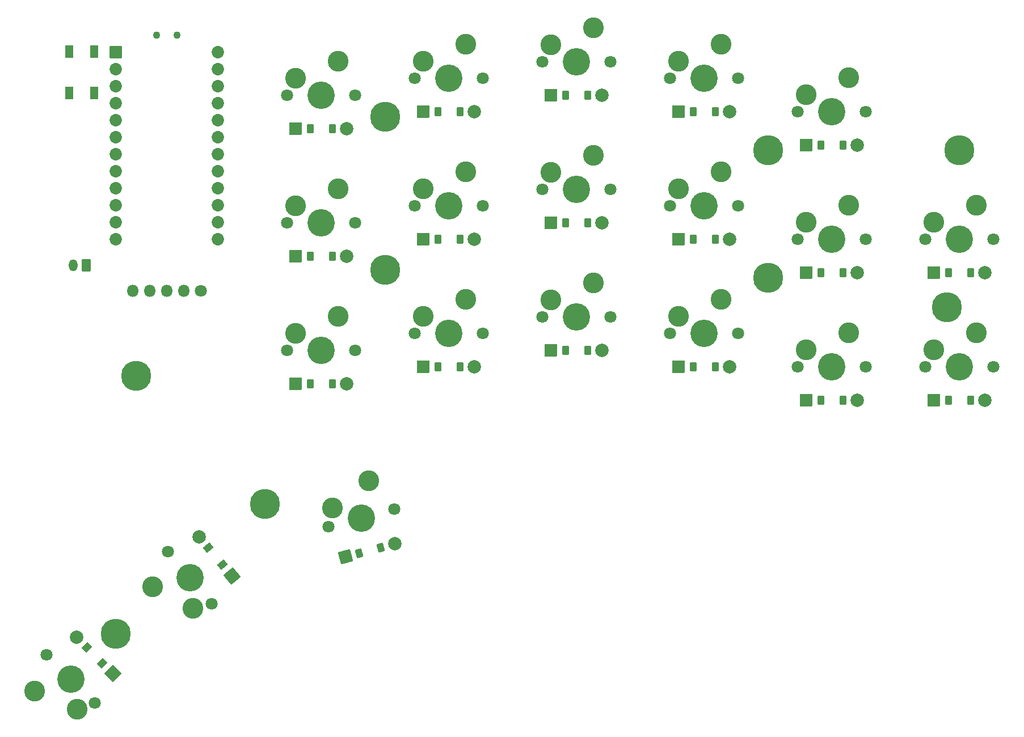
<source format=gbr>
%TF.GenerationSoftware,KiCad,Pcbnew,9.0.7*%
%TF.CreationDate,2026-02-08T22:38:48+02:00*%
%TF.ProjectId,juubo_right_unfinished,6a757562-6f5f-4726-9967-68745f756e66,v1.0.0*%
%TF.SameCoordinates,Original*%
%TF.FileFunction,Soldermask,Top*%
%TF.FilePolarity,Negative*%
%FSLAX46Y46*%
G04 Gerber Fmt 4.6, Leading zero omitted, Abs format (unit mm)*
G04 Created by KiCad (PCBNEW 9.0.7) date 2026-02-08 22:38:48*
%MOMM*%
%LPD*%
G01*
G04 APERTURE LIST*
G04 Aperture macros list*
%AMRoundRect*
0 Rectangle with rounded corners*
0 $1 Rounding radius*
0 $2 $3 $4 $5 $6 $7 $8 $9 X,Y pos of 4 corners*
0 Add a 4 corners polygon primitive as box body*
4,1,4,$2,$3,$4,$5,$6,$7,$8,$9,$2,$3,0*
0 Add four circle primitives for the rounded corners*
1,1,$1+$1,$2,$3*
1,1,$1+$1,$4,$5*
1,1,$1+$1,$6,$7*
1,1,$1+$1,$8,$9*
0 Add four rect primitives between the rounded corners*
20,1,$1+$1,$2,$3,$4,$5,0*
20,1,$1+$1,$4,$5,$6,$7,0*
20,1,$1+$1,$6,$7,$8,$9,0*
20,1,$1+$1,$8,$9,$2,$3,0*%
G04 Aperture macros list end*
%ADD10C,1.100000*%
%ADD11RoundRect,0.050000X-0.550000X0.900000X-0.550000X-0.900000X0.550000X-0.900000X0.550000X0.900000X0*%
%ADD12C,1.801800*%
%ADD13C,3.100000*%
%ADD14C,4.087800*%
%ADD15C,0.800000*%
%ADD16C,4.500000*%
%ADD17RoundRect,0.050000X-0.889000X-0.889000X0.889000X-0.889000X0.889000X0.889000X-0.889000X0.889000X0*%
%ADD18RoundRect,0.050000X-0.450000X-0.600000X0.450000X-0.600000X0.450000X0.600000X-0.450000X0.600000X0*%
%ADD19C,2.005000*%
%ADD20RoundRect,0.050000X1.252452X-0.109575X0.109575X1.252452X-1.252452X0.109575X-0.109575X-1.252452X0*%
%ADD21RoundRect,0.050000X0.748881X0.040953X0.170372X0.730393X-0.748881X-0.040953X-0.170372X-0.730393X0*%
%ADD22RoundRect,0.050000X1.257236X0.000000X0.000000X1.257236X-1.257236X0.000000X0.000000X-1.257236X0*%
%ADD23RoundRect,0.050000X0.742462X0.106066X0.106066X0.742462X-0.742462X-0.106066X-0.106066X-0.742462X0*%
%ADD24RoundRect,0.050000X0.600000X0.850000X-0.600000X0.850000X-0.600000X-0.850000X0.600000X-0.850000X0*%
%ADD25O,1.300000X1.800000*%
%ADD26O,1.800000X1.800000*%
%ADD27C,1.800000*%
%ADD28RoundRect,0.050000X-0.876300X0.876300X-0.876300X-0.876300X0.876300X-0.876300X0.876300X0.876300X0*%
%ADD29C,1.852600*%
%ADD30RoundRect,0.050000X-0.628618X-1.088798X1.088798X-0.628618X0.628618X1.088798X-1.088798X0.628618X0*%
%ADD31RoundRect,0.050000X-0.279375X-0.696024X0.589958X-0.463087X0.279375X0.696024X-0.589958X0.463087X0*%
G04 APERTURE END LIST*
D10*
%TO.C,T1*%
X145030000Y-104810500D03*
X148030000Y-104810500D03*
%TD*%
D11*
%TO.C,B1*%
X135702500Y-107310000D03*
X135702500Y-113510000D03*
X132002500Y-107310000D03*
X132002500Y-113510000D03*
%TD*%
D12*
%TO.C,S6*%
X221650000Y-149400000D03*
D13*
X222920000Y-146860000D03*
D14*
X226730000Y-149400000D03*
D13*
X229270000Y-144320000D03*
D12*
X231810000Y-149400000D03*
%TD*%
D15*
%TO.C,_9*%
X140307500Y-155710000D03*
X140790774Y-154543274D03*
X140790774Y-156876726D03*
X141957500Y-154060000D03*
D16*
X141957500Y-155710000D03*
D15*
X141957500Y-157360000D03*
X143124226Y-154543274D03*
X143124226Y-156876726D03*
X143607500Y-155710000D03*
%TD*%
D12*
%TO.C,S13*%
X183550000Y-130350000D03*
D13*
X184820000Y-127810000D03*
D14*
X188630000Y-130350000D03*
D13*
X191170000Y-125270000D03*
D12*
X193710000Y-130350000D03*
%TD*%
D17*
%TO.C,D9*%
X203870000Y-151900000D03*
D18*
X206030000Y-151900000D03*
X209330000Y-151900000D03*
D19*
X211490000Y-151900000D03*
%TD*%
D12*
%TO.C,S11*%
X202600000Y-108800000D03*
D13*
X203870000Y-106260000D03*
D14*
X207680000Y-108800000D03*
D13*
X210220000Y-103720000D03*
D12*
X212760000Y-108800000D03*
%TD*%
D17*
%TO.C,D6*%
X222920000Y-154400000D03*
D18*
X225080000Y-154400000D03*
X228380000Y-154400000D03*
D19*
X230540000Y-154400000D03*
%TD*%
D12*
%TO.C,S5*%
X240700000Y-116300000D03*
D13*
X241970000Y-113760000D03*
D14*
X245780000Y-116300000D03*
D13*
X248320000Y-111220000D03*
D12*
X250860000Y-116300000D03*
%TD*%
D17*
%TO.C,D4*%
X241970000Y-140350000D03*
D18*
X244130000Y-140350000D03*
X247430000Y-140350000D03*
D19*
X249590000Y-140350000D03*
%TD*%
D17*
%TO.C,D16*%
X165770000Y-137850000D03*
D18*
X167930000Y-137850000D03*
X171230000Y-137850000D03*
D19*
X173390000Y-137850000D03*
%TD*%
D12*
%TO.C,S7*%
X221650000Y-130350000D03*
D13*
X222920000Y-127810000D03*
D14*
X226730000Y-130350000D03*
D13*
X229270000Y-125270000D03*
D12*
X231810000Y-130350000D03*
%TD*%
D17*
%TO.C,D15*%
X165770000Y-156900000D03*
D18*
X167930000Y-156900000D03*
X171230000Y-156900000D03*
D19*
X173390000Y-156900000D03*
%TD*%
D12*
%TO.C,S15*%
X164500000Y-151900000D03*
D13*
X165770000Y-149360000D03*
D14*
X169580000Y-151900000D03*
D13*
X172120000Y-146820000D03*
D12*
X174660000Y-151900000D03*
%TD*%
D17*
%TO.C,D13*%
X184820000Y-135350000D03*
D18*
X186980000Y-135350000D03*
X190280000Y-135350000D03*
D19*
X192440000Y-135350000D03*
%TD*%
D17*
%TO.C,D2*%
X261020000Y-140350000D03*
D18*
X263180000Y-140350000D03*
X266480000Y-140350000D03*
D19*
X268640000Y-140350000D03*
%TD*%
D12*
%TO.C,S20*%
X135816898Y-204582408D03*
D13*
X133122822Y-205480434D03*
D14*
X132224796Y-200990306D03*
D13*
X126836642Y-202786357D03*
D12*
X128632694Y-197398204D03*
%TD*%
D17*
%TO.C,D7*%
X222920000Y-135350000D03*
D18*
X225080000Y-135350000D03*
X228380000Y-135350000D03*
D19*
X230540000Y-135350000D03*
%TD*%
D12*
%TO.C,S1*%
X259750000Y-154400000D03*
D13*
X261020000Y-151860000D03*
D14*
X264830000Y-154400000D03*
D13*
X267370000Y-149320000D03*
D12*
X269910000Y-154400000D03*
%TD*%
D17*
%TO.C,D10*%
X203870000Y-132850000D03*
D18*
X206030000Y-132850000D03*
X209330000Y-132850000D03*
D19*
X211490000Y-132850000D03*
%TD*%
D12*
%TO.C,S2*%
X259750000Y-135350000D03*
D13*
X261020000Y-132810000D03*
D14*
X264830000Y-135350000D03*
D13*
X267370000Y-130270000D03*
D12*
X269910000Y-135350000D03*
%TD*%
D17*
%TO.C,D3*%
X241970000Y-159400000D03*
D18*
X244130000Y-159400000D03*
X247430000Y-159400000D03*
D19*
X249590000Y-159400000D03*
%TD*%
D17*
%TO.C,D8*%
X222920000Y-116300000D03*
D18*
X225080000Y-116300000D03*
X228380000Y-116300000D03*
D19*
X230540000Y-116300000D03*
%TD*%
D15*
%TO.C,_4*%
X177455000Y-117015000D03*
X177938274Y-115848274D03*
X177938274Y-118181726D03*
X179105000Y-115365000D03*
D16*
X179105000Y-117015000D03*
D15*
X179105000Y-118665000D03*
X180271726Y-115848274D03*
X180271726Y-118181726D03*
X180755000Y-117015000D03*
%TD*%
D20*
%TO.C,D19*%
X156248588Y-185587598D03*
D21*
X154860167Y-183932942D03*
X152738967Y-181404996D03*
D19*
X151350546Y-179750340D03*
%TD*%
D12*
%TO.C,S8*%
X221650000Y-111300000D03*
D13*
X222920000Y-108760000D03*
D14*
X226730000Y-111300000D03*
D13*
X229270000Y-106220000D03*
D12*
X231810000Y-111300000D03*
%TD*%
D15*
%TO.C,_2*%
X263180000Y-122015000D03*
X263663274Y-120848274D03*
X263663274Y-123181726D03*
X264830000Y-120365000D03*
D16*
X264830000Y-122015000D03*
D15*
X264830000Y-123665000D03*
X265996726Y-120848274D03*
X265996726Y-123181726D03*
X266480000Y-122015000D03*
%TD*%
D17*
%TO.C,D1*%
X261020000Y-159400000D03*
D18*
X263180000Y-159400000D03*
X266480000Y-159400000D03*
D19*
X268640000Y-159400000D03*
%TD*%
D15*
%TO.C,_3*%
X234605000Y-122015000D03*
X235088274Y-120848274D03*
X235088274Y-123181726D03*
X236255000Y-120365000D03*
D16*
X236255000Y-122015000D03*
D15*
X236255000Y-123665000D03*
X237421726Y-120848274D03*
X237421726Y-123181726D03*
X237905000Y-122015000D03*
%TD*%
D12*
%TO.C,S19*%
X153234706Y-189774413D03*
D13*
X150472613Y-190434217D03*
D14*
X149969345Y-185882907D03*
D13*
X144445159Y-187202515D03*
D12*
X146703984Y-181991401D03*
%TD*%
D15*
%TO.C,_7*%
X140126714Y-195421840D03*
X138959988Y-195905114D03*
X140609988Y-194255114D03*
X137793262Y-195421840D03*
D16*
X138959988Y-194255114D03*
D15*
X140126714Y-193088388D03*
X137309988Y-194255114D03*
X138959988Y-192605114D03*
X137793262Y-193088388D03*
%TD*%
D17*
%TO.C,D17*%
X165770000Y-118800000D03*
D18*
X167930000Y-118800000D03*
X171230000Y-118800000D03*
D19*
X173390000Y-118800000D03*
%TD*%
D17*
%TO.C,D12*%
X184820000Y-154400000D03*
D18*
X186980000Y-154400000D03*
X190280000Y-154400000D03*
D19*
X192440000Y-154400000D03*
%TD*%
D12*
%TO.C,S18*%
X170673097Y-178264801D03*
D13*
X171242422Y-175482649D03*
D14*
X175580000Y-176950000D03*
D13*
X176718651Y-171385696D03*
D12*
X180486903Y-175635199D03*
%TD*%
%TO.C,S14*%
X183550000Y-111300000D03*
D13*
X184820000Y-108760000D03*
D14*
X188630000Y-111300000D03*
D13*
X191170000Y-106220000D03*
D12*
X193710000Y-111300000D03*
%TD*%
%TO.C,S3*%
X240700000Y-154400000D03*
D13*
X241970000Y-151860000D03*
D14*
X245780000Y-154400000D03*
D13*
X248320000Y-149320000D03*
D12*
X250860000Y-154400000D03*
%TD*%
D15*
%TO.C,_5*%
X234605000Y-141065000D03*
X235088274Y-139898274D03*
X235088274Y-142231726D03*
X236255000Y-139415000D03*
D16*
X236255000Y-141065000D03*
D15*
X236255000Y-142715000D03*
X237421726Y-139898274D03*
X237421726Y-142231726D03*
X237905000Y-141065000D03*
%TD*%
%TO.C,_1*%
X261275000Y-145446500D03*
X261758274Y-144279774D03*
X261758274Y-146613226D03*
X262925000Y-143796500D03*
D16*
X262925000Y-145446500D03*
D15*
X262925000Y-147096500D03*
X264091726Y-144279774D03*
X264091726Y-146613226D03*
X264575000Y-145446500D03*
%TD*%
D12*
%TO.C,S10*%
X202600000Y-127850000D03*
D13*
X203870000Y-125310000D03*
D14*
X207680000Y-127850000D03*
D13*
X210220000Y-122770000D03*
D12*
X212760000Y-127850000D03*
%TD*%
%TO.C,S16*%
X164500000Y-132850000D03*
D13*
X165770000Y-130310000D03*
D14*
X169580000Y-132850000D03*
D13*
X172120000Y-127770000D03*
D12*
X174660000Y-132850000D03*
%TD*%
D22*
%TO.C,D20*%
X138454407Y-200148849D03*
D23*
X136927056Y-198621498D03*
X134593604Y-196288046D03*
D19*
X133066253Y-194760695D03*
%TD*%
D24*
%TO.C,JST1*%
X134530000Y-139222500D03*
D25*
X132530000Y-139222500D03*
%TD*%
D12*
%TO.C,S4*%
X240700000Y-135350000D03*
D13*
X241970000Y-132810000D03*
D14*
X245780000Y-135350000D03*
D13*
X248320000Y-130270000D03*
D12*
X250860000Y-135350000D03*
%TD*%
D26*
%TO.C,DISP1*%
X141450000Y-143025000D03*
X143990000Y-143025000D03*
X146530000Y-143025000D03*
X149070000Y-143025000D03*
D27*
X151610000Y-143025000D03*
%TD*%
D17*
%TO.C,D11*%
X203870000Y-113800000D03*
D18*
X206030000Y-113800000D03*
X209330000Y-113800000D03*
D19*
X211490000Y-113800000D03*
%TD*%
D15*
%TO.C,_8*%
X177455000Y-139875000D03*
X177938274Y-138708274D03*
X177938274Y-141041726D03*
X179105000Y-138225000D03*
D16*
X179105000Y-139875000D03*
D15*
X179105000Y-141525000D03*
X180271726Y-138708274D03*
X180271726Y-141041726D03*
X180755000Y-139875000D03*
%TD*%
D17*
%TO.C,D14*%
X184820000Y-116300000D03*
D18*
X186980000Y-116300000D03*
X190280000Y-116300000D03*
D19*
X192440000Y-116300000D03*
%TD*%
D17*
%TO.C,D5*%
X241970000Y-121300000D03*
D18*
X244130000Y-121300000D03*
X247430000Y-121300000D03*
D19*
X249590000Y-121300000D03*
%TD*%
D28*
%TO.C,MCU1*%
X138910000Y-107355000D03*
D29*
X138910000Y-109895000D03*
X138910000Y-112435000D03*
X138910000Y-114975000D03*
X138910000Y-117515000D03*
X138910000Y-120055000D03*
X138910000Y-122595000D03*
X138910000Y-125135000D03*
X138910000Y-127675000D03*
X138910000Y-130215000D03*
X138910000Y-132755000D03*
X138910000Y-135295000D03*
X154150000Y-107355000D03*
X154150000Y-109895000D03*
X154150000Y-112435000D03*
X154150000Y-114975000D03*
X154150000Y-117515000D03*
X154150000Y-120055000D03*
X154150000Y-122595000D03*
X154150000Y-125135000D03*
X154150000Y-127675000D03*
X154150000Y-130215000D03*
X154150000Y-132755000D03*
X154150000Y-135295000D03*
%TD*%
D12*
%TO.C,S12*%
X183550000Y-149400000D03*
D13*
X184820000Y-146860000D03*
D14*
X188630000Y-149400000D03*
D13*
X191170000Y-144320000D03*
D12*
X193710000Y-149400000D03*
%TD*%
%TO.C,S17*%
X164500000Y-113800000D03*
D13*
X165770000Y-111260000D03*
D14*
X169580000Y-113800000D03*
D13*
X172120000Y-108720000D03*
D12*
X174660000Y-113800000D03*
%TD*%
%TO.C,S9*%
X202600000Y-146900000D03*
D13*
X203870000Y-144360000D03*
D14*
X207680000Y-146900000D03*
D13*
X210220000Y-141820000D03*
D12*
X212760000Y-146900000D03*
%TD*%
D30*
%TO.C,D18*%
X173193918Y-182765731D03*
D31*
X175280317Y-182206679D03*
X178467873Y-181352579D03*
D19*
X180554272Y-180793527D03*
%TD*%
D15*
%TO.C,_6*%
X159626450Y-175308136D03*
X159791286Y-174056086D03*
X160395228Y-176310028D03*
X161647278Y-176474864D03*
D16*
X161220228Y-174881086D03*
D15*
X160793178Y-173287308D03*
X162045228Y-173452144D03*
X162649170Y-175706086D03*
X162814006Y-174454036D03*
%TD*%
M02*

</source>
